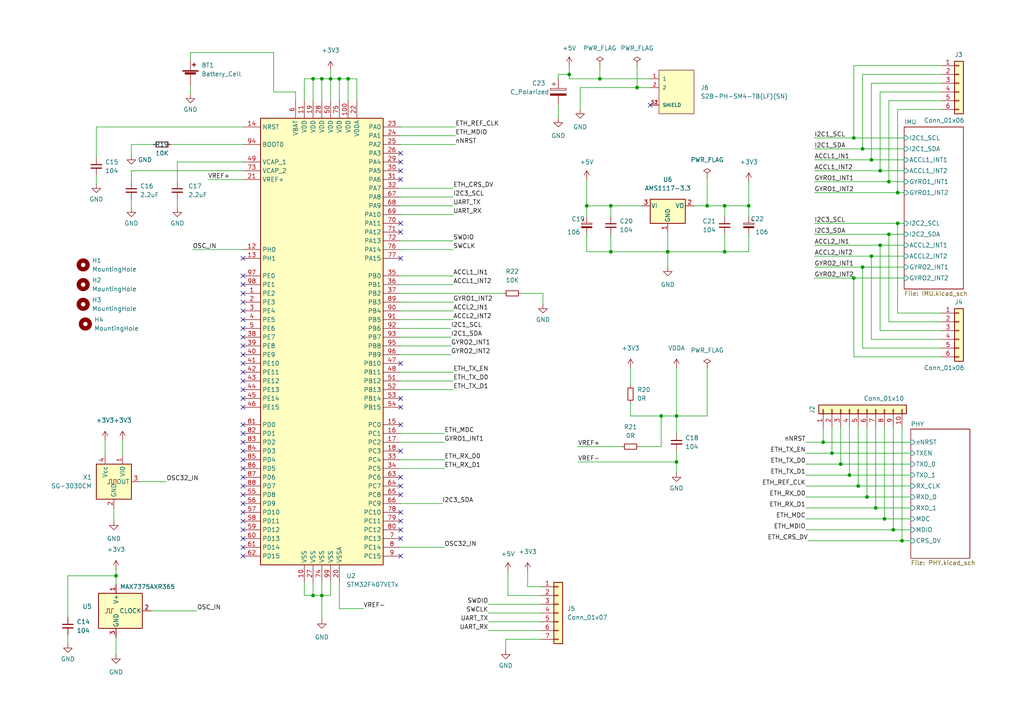
<source format=kicad_sch>
(kicad_sch (version 20211123) (generator eeschema)
  (paper "A4")
  (lib_symbols
    (symbol "Connector_Generic:Conn_01x06" (pin_names (offset 1.016) hide)
      (property "Reference" "J" (at 0 7.62 0))
      (property "Value" "Conn_01x06" (at 0 -10.16 0))
      (symbol "Conn_01x06_1_1"
        (rectangle (start -1.27 -7.493) (end 0 -7.747) (stroke (width 0.1524)))
        (rectangle (start -1.27 -4.953) (end 0 -5.207) (stroke (width 0.1524)))
        (rectangle (start -1.27 -2.413) (end 0 -2.667) (stroke (width 0.1524)))
        (rectangle (start -1.27 0.127) (end 0 -0.127) (stroke (width 0.1524)))
        (rectangle (start -1.27 2.667) (end 0 2.413) (stroke (width 0.1524)))
        (rectangle (start -1.27 5.207) (end 0 4.953) (stroke (width 0.1524)))
        (rectangle (start -1.27 6.35) (end 1.27 -8.89) (stroke (width 0.254)) (fill (type background)))
        (pin passive line (at -5.08 5.08 0) (length 3.81) (name "Pin_1") (number "1"))
        (pin passive line (at -5.08 2.54 0) (length 3.81) (name "Pin_2") (number "2"))
        (pin passive line (at -5.08 0 0) (length 3.81) (name "Pin_3") (number "3"))
        (pin passive line (at -5.08 -2.54 0) (length 3.81) (name "Pin_4") (number "4"))
        (pin passive line (at -5.08 -5.08 0) (length 3.81) (name "Pin_5") (number "5"))
        (pin passive line (at -5.08 -7.62 0) (length 3.81) (name "Pin_6") (number "6"))
      )
    )
    (symbol "Connector_Generic:Conn_01x07" (pin_names (offset 1.016) hide)
      (property "Reference" "J" (at 0 10.16 0))
      (property "Value" "Conn_01x07" (at 0 -10.16 0))
      (symbol "Conn_01x07_1_1"
        (rectangle (start -1.27 -7.493) (end 0 -7.747) (stroke (width 0.1524)))
        (rectangle (start -1.27 -4.953) (end 0 -5.207) (stroke (width 0.1524)))
        (rectangle (start -1.27 -2.413) (end 0 -2.667) (stroke (width 0.1524)))
        (rectangle (start -1.27 0.127) (end 0 -0.127) (stroke (width 0.1524)))
        (rectangle (start -1.27 2.667) (end 0 2.413) (stroke (width 0.1524)))
        (rectangle (start -1.27 5.207) (end 0 4.953) (stroke (width 0.1524)))
        (rectangle (start -1.27 7.747) (end 0 7.493) (stroke (width 0.1524)))
        (rectangle (start -1.27 8.89) (end 1.27 -8.89) (stroke (width 0.254)) (fill (type background)))
        (pin passive line (at -5.08 7.62 0) (length 3.81) (name "Pin_1") (number "1"))
        (pin passive line (at -5.08 5.08 0) (length 3.81) (name "Pin_2") (number "2"))
        (pin passive line (at -5.08 2.54 0) (length 3.81) (name "Pin_3") (number "3"))
        (pin passive line (at -5.08 0 0) (length 3.81) (name "Pin_4") (number "4"))
        (pin passive line (at -5.08 -2.54 0) (length 3.81) (name "Pin_5") (number "5"))
        (pin passive line (at -5.08 -5.08 0) (length 3.81) (name "Pin_6") (number "6"))
        (pin passive line (at -5.08 -7.62 0) (length 3.81) (name "Pin_7") (number "7"))
      )
    )
    (symbol "Connector_Generic:Conn_01x10" (pin_names (offset 1.016) hide)
      (property "Reference" "J" (at 0 12.7 0))
      (property "Value" "Conn_01x10" (at 0 -15.24 0))
      (symbol "Conn_01x10_1_1"
        (rectangle (start -1.27 -12.573) (end 0 -12.827) (stroke (width 0.1524)))
        (rectangle (start -1.27 -10.033) (end 0 -10.287) (stroke (width 0.1524)))
        (rectangle (start -1.27 -7.493) (end 0 -7.747) (stroke (width 0.1524)))
        (rectangle (start -1.27 -4.953) (end 0 -5.207) (stroke (width 0.1524)))
        (rectangle (start -1.27 -2.413) (end 0 -2.667) (stroke (width 0.1524)))
        (rectangle (start -1.27 0.127) (end 0 -0.127) (stroke (width 0.1524)))
        (rectangle (start -1.27 2.667) (end 0 2.413) (stroke (width 0.1524)))
        (rectangle (start -1.27 5.207) (end 0 4.953) (stroke (width 0.1524)))
        (rectangle (start -1.27 7.747) (end 0 7.493) (stroke (width 0.1524)))
        (rectangle (start -1.27 10.287) (end 0 10.033) (stroke (width 0.1524)))
        (rectangle (start -1.27 11.43) (end 1.27 -13.97) (stroke (width 0.254)) (fill (type background)))
        (pin passive line (at -5.08 10.16 0) (length 3.81) (name "Pin_1") (number "1"))
        (pin passive line (at -5.08 -12.7 0) (length 3.81) (name "Pin_10") (number "10"))
        (pin passive line (at -5.08 7.62 0) (length 3.81) (name "Pin_2") (number "2"))
        (pin passive line (at -5.08 5.08 0) (length 3.81) (name "Pin_3") (number "3"))
        (pin passive line (at -5.08 2.54 0) (length 3.81) (name "Pin_4") (number "4"))
        (pin passive line (at -5.08 0 0) (length 3.81) (name "Pin_5") (number "5"))
        (pin passive line (at -5.08 -2.54 0) (length 3.81) (name "Pin_6") (number "6"))
        (pin passive line (at -5.08 -5.08 0) (length 3.81) (name "Pin_7") (number "7"))
        (pin passive line (at -5.08 -7.62 0) (length 3.81) (name "Pin_8") (number "8"))
        (pin passive line (at -5.08 -10.16 0) (length 3.81) (name "Pin_9") (number "9"))
      )
    )
    (symbol "Device:Battery_Cell" (pin_numbers hide) (pin_names (offset 0) hide)
      (property "Reference" "BT" (at 2.54 2.54 0))
      (property "Value" "Battery_Cell" (at 2.54 0 0))
      (symbol "Battery_Cell_0_1"
        (rectangle (start -2.286 1.778) (end 2.286 1.524) (fill (type outline)))
        (rectangle (start -1.5748 1.1938) (end 1.4732 0.6858) (fill (type outline)))
        (polyline (pts (xy 0 0.762) (xy 0 0)))
        (polyline (pts (xy 0 1.778) (xy 0 2.54)))
        (polyline (pts (xy 0.508 3.429) (xy 1.524 3.429)) (stroke (width 0.254)))
        (polyline (pts (xy 1.016 3.937) (xy 1.016 2.921)) (stroke (width 0.254)))
      )
      (symbol "Battery_Cell_1_1"
        (pin passive line (at 0 5.08 270) (length 2.54) (name "+") (number "1"))
        (pin passive line (at 0 -2.54 90) (length 2.54) (name "-") (number "2"))
      )
    )
    (symbol "Device:C_Polarized" (pin_numbers hide) (pin_names (offset 0.254))
      (property "Reference" "C" (at 0.635 2.54 0))
      (property "Value" "C_Polarized" (at 0.635 -2.54 0))
      (symbol "C_Polarized_0_1"
        (rectangle (start -2.286 0.508) (end 2.286 1.016))
        (polyline (pts (xy -1.778 2.286) (xy -0.762 2.286)))
        (polyline (pts (xy -1.27 2.794) (xy -1.27 1.778)))
        (rectangle (start 2.286 -0.508) (end -2.286 -1.016) (fill (type outline)))
      )
      (symbol "C_Polarized_1_1"
        (pin passive line (at 0 3.81 270) (length 2.794) (name "~") (number "1"))
        (pin passive line (at 0 -3.81 90) (length 2.794) (name "~") (number "2"))
      )
    )
    (symbol "Device:C_Polarized_Small" (pin_numbers hide) (pin_names (offset 0.254) hide)
      (property "Reference" "C" (at 0.254 1.778 0))
      (property "Value" "C_Polarized_Small" (at 0.254 -2.032 0))
      (symbol "C_Polarized_Small_0_1"
        (rectangle (start -1.524 -0.3048) (end 1.524 -0.6858) (fill (type outline)))
        (rectangle (start -1.524 0.6858) (end 1.524 0.3048))
        (polyline (pts (xy -1.27 1.524) (xy -0.762 1.524)))
        (polyline (pts (xy -1.016 1.27) (xy -1.016 1.778)))
      )
      (symbol "C_Polarized_Small_1_1"
        (pin passive line (at 0 2.54 270) (length 1.8542) (name "~") (number "1"))
        (pin passive line (at 0 -2.54 90) (length 1.8542) (name "~") (number "2"))
      )
    )
    (symbol "Device:C_Small" (pin_numbers hide) (pin_names (offset 0.254) hide)
      (property "Reference" "C" (at 0.254 1.778 0))
      (property "Value" "C_Small" (at 0.254 -2.032 0))
      (symbol "C_Small_0_1"
        (polyline (pts (xy -1.524 -0.508) (xy 1.524 -0.508)) (stroke (width 0.3302)))
        (polyline (pts (xy -1.524 0.508) (xy 1.524 0.508)) (stroke (width 0.3048)))
      )
      (symbol "C_Small_1_1"
        (pin passive line (at 0 2.54 270) (length 2.032) (name "~") (number "1"))
        (pin passive line (at 0 -2.54 90) (length 2.032) (name "~") (number "2"))
      )
    )
    (symbol "Device:R_Small" (pin_numbers hide) (pin_names (offset 0.254) hide)
      (property "Reference" "R" (at 0.762 0.508 0))
      (property "Value" "R_Small" (at 0.762 -1.016 0))
      (symbol "R_Small_0_1"
        (rectangle (start -0.762 1.778) (end 0.762 -1.778) (stroke (width 0.2032)))
      )
      (symbol "R_Small_1_1"
        (pin passive line (at 0 2.54 270) (length 0.762) (name "~") (number "1"))
        (pin passive line (at 0 -2.54 90) (length 0.762) (name "~") (number "2"))
      )
    )
    (symbol "MCU_ST_STM32F4:STM32F407VETx"
      (property "Reference" "U" (at -17.78 64.77 0))
      (property "Value" "STM32F407VETx" (at 12.7 64.77 0))
      (symbol "STM32F407VETx_0_1"
        (rectangle (start -17.78 -66.04) (end 17.78 63.5) (stroke (width 0.254)) (fill (type background)))
      )
      (symbol "STM32F407VETx_1_1"
        (pin bidirectional line (at -22.86 12.7 0) (length 5.08) (name "PE2") (number "1"))
        (pin power_in line (at -5.08 -71.12 90) (length 5.08) (name "VSS") (number "10"))
        (pin power_in line (at 7.62 68.58 270) (length 5.08) (name "VDD") (number "100"))
        (pin power_in line (at -5.08 68.58 270) (length 5.08) (name "VDD") (number "11"))
        (pin input line (at -22.86 25.4 0) (length 5.08) (name "PH0") (number "12"))
        (pin input line (at -22.86 22.86 0) (length 5.08) (name "PH1") (number "13"))
        (pin input line (at -22.86 60.96 0) (length 5.08) (name "NRST") (number "14"))
        (pin bidirectional line (at 22.86 -25.4 180) (length 5.08) (name "PC0") (number "15"))
        (pin bidirectional line (at 22.86 -27.94 180) (length 5.08) (name "PC1") (number "16"))
        (pin bidirectional line (at 22.86 -30.48 180) (length 5.08) (name "PC2") (number "17"))
        (pin bidirectional line (at 22.86 -33.02 180) (length 5.08) (name "PC3") (number "18"))
        (pin power_in line (at -2.54 68.58 270) (length 5.08) (name "VDD") (number "19"))
        (pin bidirectional line (at -22.86 10.16 0) (length 5.08) (name "PE3") (number "2"))
        (pin power_in line (at 5.08 -71.12 90) (length 5.08) (name "VSSA") (number "20"))
        (pin power_in line (at -22.86 45.72 0) (length 5.08) (name "VREF+") (number "21"))
        (pin power_in line (at 10.16 68.58 270) (length 5.08) (name "VDDA") (number "22"))
        (pin bidirectional line (at 22.86 60.96 180) (length 5.08) (name "PA0") (number "23"))
        (pin bidirectional line (at 22.86 58.42 180) (length 5.08) (name "PA1") (number "24"))
        (pin bidirectional line (at 22.86 55.88 180) (length 5.08) (name "PA2") (number "25"))
        (pin bidirectional line (at 22.86 53.34 180) (length 5.08) (name "PA3") (number "26"))
        (pin power_in line (at -2.54 -71.12 90) (length 5.08) (name "VSS") (number "27"))
        (pin power_in line (at 0 68.58 270) (length 5.08) (name "VDD") (number "28"))
        (pin bidirectional line (at 22.86 50.8 180) (length 5.08) (name "PA4") (number "29"))
        (pin bidirectional line (at -22.86 7.62 0) (length 5.08) (name "PE4") (number "3"))
        (pin bidirectional line (at 22.86 48.26 180) (length 5.08) (name "PA5") (number "30"))
        (pin bidirectional line (at 22.86 45.72 180) (length 5.08) (name "PA6") (number "31"))
        (pin bidirectional line (at 22.86 43.18 180) (length 5.08) (name "PA7") (number "32"))
        (pin bidirectional line (at 22.86 -35.56 180) (length 5.08) (name "PC4") (number "33"))
        (pin bidirectional line (at 22.86 -38.1 180) (length 5.08) (name "PC5") (number "34"))
        (pin bidirectional line (at 22.86 17.78 180) (length 5.08) (name "PB0") (number "35"))
        (pin bidirectional line (at 22.86 15.24 180) (length 5.08) (name "PB1") (number "36"))
        (pin bidirectional line (at 22.86 12.7 180) (length 5.08) (name "PB2") (number "37"))
        (pin bidirectional line (at -22.86 0 0) (length 5.08) (name "PE7") (number "38"))
        (pin bidirectional line (at -22.86 -2.54 0) (length 5.08) (name "PE8") (number "39"))
        (pin bidirectional line (at -22.86 5.08 0) (length 5.08) (name "PE5") (number "4"))
        (pin bidirectional line (at -22.86 -5.08 0) (length 5.08) (name "PE9") (number "40"))
        (pin bidirectional line (at -22.86 -7.62 0) (length 5.08) (name "PE10") (number "41"))
        (pin bidirectional line (at -22.86 -10.16 0) (length 5.08) (name "PE11") (number "42"))
        (pin bidirectional line (at -22.86 -12.7 0) (length 5.08) (name "PE12") (number "43"))
        (pin bidirectional line (at -22.86 -15.24 0) (length 5.08) (name "PE13") (number "44"))
        (pin bidirectional line (at -22.86 -17.78 0) (length 5.08) (name "PE14") (number "45"))
        (pin bidirectional line (at -22.86 -20.32 0) (length 5.08) (name "PE15") (number "46"))
        (pin bidirectional line (at 22.86 -7.62 180) (length 5.08) (name "PB10") (number "47"))
        (pin bidirectional line (at 22.86 -10.16 180) (length 5.08) (name "PB11") (number "48"))
        (pin power_in line (at -22.86 50.8 0) (length 5.08) (name "VCAP_1") (number "49"))
        (pin bidirectional line (at -22.86 2.54 0) (length 5.08) (name "PE6") (number "5"))
        (pin power_in line (at 2.54 68.58 270) (length 5.08) (name "VDD") (number "50"))
        (pin bidirectional line (at 22.86 -12.7 180) (length 5.08) (name "PB12") (number "51"))
        (pin bidirectional line (at 22.86 -15.24 180) (length 5.08) (name "PB13") (number "52"))
        (pin bidirectional line (at 22.86 -17.78 180) (length 5.08) (name "PB14") (number "53"))
        (pin bidirectional line (at 22.86 -20.32 180) (length 5.08) (name "PB15") (number "54"))
        (pin bidirectional line (at -22.86 -45.72 0) (length 5.08) (name "PD8") (number "55"))
        (pin bidirectional line (at -22.86 -48.26 0) (length 5.08) (name "PD9") (number "56"))
        (pin bidirectional line (at -22.86 -50.8 0) (length 5.08) (name "PD10") (number "57"))
        (pin bidirectional line (at -22.86 -53.34 0) (length 5.08) (name "PD11") (number "58"))
        (pin bidirectional line (at -22.86 -55.88 0) (length 5.08) (name "PD12") (number "59"))
        (pin power_in line (at -7.62 68.58 270) (length 5.08) (name "VBAT") (number "6"))
        (pin bidirectional line (at -22.86 -58.42 0) (length 5.08) (name "PD13") (number "60"))
        (pin bidirectional line (at -22.86 -60.96 0) (length 5.08) (name "PD14") (number "61"))
        (pin bidirectional line (at -22.86 -63.5 0) (length 5.08) (name "PD15") (number "62"))
        (pin bidirectional line (at 22.86 -40.64 180) (length 5.08) (name "PC6") (number "63"))
        (pin bidirectional line (at 22.86 -43.18 180) (length 5.08) (name "PC7") (number "64"))
        (pin bidirectional line (at 22.86 -45.72 180) (length 5.08) (name "PC8") (number "65"))
        (pin bidirectional line (at 22.86 -48.26 180) (length 5.08) (name "PC9") (number "66"))
        (pin bidirectional line (at 22.86 40.64 180) (length 5.08) (name "PA8") (number "67"))
        (pin bidirectional line (at 22.86 38.1 180) (length 5.08) (name "PA9") (number "68"))
        (pin bidirectional line (at 22.86 35.56 180) (length 5.08) (name "PA10") (number "69"))
        (pin bidirectional line (at 22.86 -58.42 180) (length 5.08) (name "PC13") (number "7"))
        (pin bidirectional line (at 22.86 33.02 180) (length 5.08) (name "PA11") (number "70"))
        (pin bidirectional line (at 22.86 30.48 180) (length 5.08) (name "PA12") (number "71"))
        (pin bidirectional line (at 22.86 27.94 180) (length 5.08) (name "PA13") (number "72"))
        (pin power_in line (at -22.86 48.26 0) (length 5.08) (name "VCAP_2") (number "73"))
        (pin power_in line (at 0 -71.12 90) (length 5.08) (name "VSS") (number "74"))
        (pin power_in line (at 5.08 68.58 270) (length 5.08) (name "VDD") (number "75"))
        (pin bidirectional line (at 22.86 25.4 180) (length 5.08) (name "PA14") (number "76"))
        (pin bidirectional line (at 22.86 22.86 180) (length 5.08) (name "PA15") (number "77"))
        (pin bidirectional line (at 22.86 -50.8 180) (length 5.08) (name "PC10") (number "78"))
        (pin bidirectional line (at 22.86 -53.34 180) (length 5.08) (name "PC11") (number "79"))
        (pin bidirectional line (at 22.86 -60.96 180) (length 5.08) (name "PC14") (number "8"))
        (pin bidirectional line (at 22.86 -55.88 180) (length 5.08) (name "PC12") (number "80"))
        (pin bidirectional line (at -22.86 -25.4 0) (length 5.08) (name "PD0") (number "81"))
        (pin bidirectional line (at -22.86 -27.94 0) (length 5.08) (name "PD1") (number "82"))
        (pin bidirectional line (at -22.86 -30.48 0) (length 5.08) (name "PD2") (number "83"))
        (pin bidirectional line (at -22.86 -33.02 0) (length 5.08) (name "PD3") (number "84"))
        (pin bidirectional line (at -22.86 -35.56 0) (length 5.08) (name "PD4") (number "85"))
        (pin bidirectional line (at -22.86 -38.1 0) (length 5.08) (name "PD5") (number "86"))
        (pin bidirectional line (at -22.86 -40.64 0) (length 5.08) (name "PD6") (number "87"))
        (pin bidirectional line (at -22.86 -43.18 0) (length 5.08) (name "PD7") (number "88"))
        (pin bidirectional line (at 22.86 10.16 180) (length 5.08) (name "PB3") (number "89"))
        (pin bidirectional line (at 22.86 -63.5 180) (length 5.08) (name "PC15") (number "9"))
        (pin bidirectional line (at 22.86 7.62 180) (length 5.08) (name "PB4") (number "90"))
        (pin bidirectional line (at 22.86 5.08 180) (length 5.08) (name "PB5") (number "91"))
        (pin bidirectional line (at 22.86 2.54 180) (length 5.08) (name "PB6") (number "92"))
        (pin bidirectional line (at 22.86 0 180) (length 5.08) (name "PB7") (number "93"))
        (pin input line (at -22.86 55.88 0) (length 5.08) (name "BOOT0") (number "94"))
        (pin bidirectional line (at 22.86 -2.54 180) (length 5.08) (name "PB8") (number "95"))
        (pin bidirectional line (at 22.86 -5.08 180) (length 5.08) (name "PB9") (number "96"))
        (pin bidirectional line (at -22.86 17.78 0) (length 5.08) (name "PE0") (number "97"))
        (pin bidirectional line (at -22.86 15.24 0) (length 5.08) (name "PE1") (number "98"))
        (pin power_in line (at 2.54 -71.12 90) (length 5.08) (name "VSS") (number "99"))
      )
    )
    (symbol "Mechanical:MountingHole" (pin_names (offset 1.016))
      (property "Reference" "H" (at 0 5.08 0))
      (property "Value" "MountingHole" (at 0 3.175 0))
      (symbol "MountingHole_0_1"
        (circle (center 0 0) (radius 1.27) (stroke (width 1.27)))
      )
    )
    (symbol "Oscillator:MAX7375AXR365" (pin_names (offset 0.254))
      (property "Reference" "U" (at -2.54 6.35 0))
      (property "Value" "MAX7375AXR365" (at 1.27 -6.35 0))
      (symbol "MAX7375AXR365_0_1"
        (rectangle (start -5.08 5.08) (end 7.62 -5.08) (stroke (width 0.254)) (fill (type background)))
        (polyline (pts (xy -3.175 -0.635) (xy -2.54 -0.635) (xy -2.54 0.635) (xy -1.905 0.635) (xy -1.905 -0.635) (xy -1.27 -0.635) (xy -1.27 0.635) (xy -0.635 0.635)))
      )
      (symbol "MAX7375AXR365_1_1"
        (pin power_in line (at 0 7.62 270) (length 2.54) (name "V+") (number "1"))
        (pin output line (at 10.16 0 180) (length 2.54) (name "CLOCK") (number "2"))
        (pin power_in line (at 0 -7.62 90) (length 2.54) (name "GND") (number "3"))
      )
    )
    (symbol "Oscillator:SG-3030CM"
      (property "Reference" "X" (at -5.08 -6.35 0))
      (property "Value" "SG-3030CM" (at 1.27 -6.35 0))
      (symbol "SG-3030CM_0_1"
        (rectangle (start -5.08 5.08) (end 5.08 -5.08) (stroke (width 0.254)) (fill (type background)))
        (polyline (pts (xy -1.905 -0.635) (xy -1.27 -0.635) (xy -1.27 0.635) (xy -0.635 0.635) (xy -0.635 -0.635) (xy 0 -0.635) (xy 0 0.635) (xy 0.635 0.635) (xy 0.635 -0.635)))
      )
      (symbol "SG-3030CM_1_1"
        (pin power_in line (at 2.54 7.62 270) (length 2.54) (name "VIO") (number "1"))
        (pin power_in line (at 0 -7.62 90) (length 2.54) (name "GND") (number "2"))
        (pin output line (at 7.62 0 180) (length 2.54) (name "OUT") (number "3"))
        (pin power_in line (at -2.54 7.62 270) (length 2.54) (name "Vcc") (number "4"))
      )
    )
    (symbol "Regulator_Linear:AMS1117-3.3" (pin_names (offset 0.254))
      (property "Reference" "U" (at -3.81 3.175 0))
      (property "Value" "AMS1117-3.3" (at 0 3.175 0))
      (symbol "AMS1117-3.3_0_1"
        (rectangle (start -5.08 -5.08) (end 5.08 1.905) (stroke (width 0.254)) (fill (type background)))
      )
      (symbol "AMS1117-3.3_1_1"
        (pin power_in line (at 0 -7.62 90) (length 2.54) (name "GND") (number "1"))
        (pin power_out line (at 7.62 0 180) (length 2.54) (name "VO") (number "2"))
        (pin power_in line (at -7.62 0 0) (length 2.54) (name "VI") (number "3"))
      )
    )
    (symbol "S2B-PH-SM4-TB_LF__SN_:S2B-PH-SM4-TB(LF)(SN)" (pin_names (offset 1.016))
      (property "Reference" "J" (at -5.08 5.588 0))
      (property "Value" "S2B-PH-SM4-TB(LF)(SN)" (at -5.08 -9.4234 0))
      (symbol "S2B-PH-SM4-TB(LF)(SN)_0_0"
        (rectangle (start -5.08 -7.62) (end 5.08 5.08) (stroke (width 0.1524)) (fill (type background)))
        (pin passive line (at -7.62 2.54 0) (length 2.54) (name "1") (number "1"))
        (pin passive line (at -7.62 0 0) (length 2.54) (name "2") (number "2"))
        (pin passive line (at -7.62 -5.08 0) (length 2.54) (name "SHIELD") (number "S1"))
        (pin passive line (at -7.62 -5.08 0) (length 2.54) (name "SHIELD") (number "S2"))
      )
    )
    (symbol "power:+3V3" (power) (pin_names (offset 0))
      (property "Value" "+3V3" (at 0 3.556 0))
      (symbol "+3V3_0_1"
        (polyline (pts (xy -0.762 1.27) (xy 0 2.54)))
        (polyline (pts (xy 0 0) (xy 0 2.54)))
        (polyline (pts (xy 0 2.54) (xy 0.762 1.27)))
      )
      (symbol "+3V3_1_1"
        (pin power_in line (at 0 0 90) (length 0) hide (name "+3V3") (number "1"))
      )
    )
    (symbol "power:+5V" (power) (pin_names (offset 0))
      (property "Value" "+5V" (at 0 3.556 0))
      (symbol "+5V_0_1"
        (polyline (pts (xy -0.762 1.27) (xy 0 2.54)))
        (polyline (pts (xy 0 0) (xy 0 2.54)))
        (polyline (pts (xy 0 2.54) (xy 0.762 1.27)))
      )
      (symbol "+5V_1_1"
        (pin power_in line (at 0 0 90) (length 0) hide (name "+5V") (number "1"))
      )
    )
    (symbol "power:GND" (power) (pin_names (offset 0))
      (property "Value" "GND" (at 0 -3.81 0))
      (symbol "GND_0_1"
        (polyline (pts (xy 0 0) (xy 0 -1.27) (xy 1.27 -1.27) (xy 0 -2.54) (xy -1.27 -1.27) (xy 0 -1.27)))
      )
      (symbol "GND_1_1"
        (pin power_in line (at 0 0 270) (length 0) hide (name "GND") (number "1"))
      )
    )
    (symbol "power:PWR_FLAG" (power) (pin_numbers hide) (pin_names (offset 0) hide)
      (property "Value" "PWR_FLAG" (at 0 3.81 0))
      (symbol "PWR_FLAG_0_0"
        (pin power_out line (at 0 0 90) (length 0) (name "pwr") (number "1"))
      )
      (symbol "PWR_FLAG_0_1"
        (polyline (pts (xy 0 0) (xy 0 1.27) (xy -1.016 1.905) (xy 0 2.54) (xy 1.016 1.905) (xy 0 1.27)))
      )
    )
    (symbol "power:VDDA" (power) (pin_names (offset 0))
      (property "Value" "VDDA" (at 0 3.81 0))
      (symbol "VDDA_0_1"
        (polyline (pts (xy -0.762 1.27) (xy 0 2.54)))
        (polyline (pts (xy 0 0) (xy 0 2.54)))
        (polyline (pts (xy 0 2.54) (xy 0.762 1.27)))
      )
      (symbol "VDDA_1_1"
        (pin power_in line (at 0 0 90) (length 0) hide (name "VDDA") (number "1"))
      )
    )
  )
  (junction (at 260.35 55.88))
  (junction (at 210.185 59.69))
  (junction (at 170.18 59.69))
  (junction (at 95.885 22.86))
  (junction (at 256.54 150.495))
  (junction (at 247.65 80.645))
  (junction (at 93.345 22.86))
  (junction (at 184.785 25.4))
  (junction (at 250.19 43.18))
  (junction (at 98.425 22.86))
  (junction (at 100.965 22.86))
  (junction (at 210.185 73.025))
  (junction (at 165.1 21.59))
  (junction (at 248.92 140.97))
  (junction (at 241.3 131.445))
  (junction (at 243.84 134.62))
  (junction (at 196.215 120.65))
  (junction (at 246.38 137.795))
  (junction (at 259.08 153.67))
  (junction (at 173.99 22.86))
  (junction (at 90.805 22.86))
  (junction (at 247.65 40.005))
  (junction (at 238.76 128.27))
  (junction (at 193.675 73.025))
  (junction (at 205.105 59.69))
  (junction (at 90.805 172.72))
  (junction (at 260.35 64.77))
  (junction (at 252.73 46.355))
  (junction (at 254 147.32))
  (junction (at 33.655 167.005))
  (junction (at 255.27 49.53))
  (junction (at 257.81 67.945))
  (junction (at 191.77 120.65))
  (junction (at 257.81 52.705))
  (junction (at 252.73 74.295))
  (junction (at 177.165 73.025))
  (junction (at 255.27 71.12))
  (junction (at 196.215 133.985))
  (junction (at 250.19 77.47))
  (junction (at 217.17 59.69))
  (junction (at 93.345 172.72))
  (junction (at 251.46 144.145))
  (junction (at 261.62 156.845))
  (junction (at 177.165 59.69))
  (no_connect (at 70.485 74.93))
  (no_connect (at 188.595 30.48))
  (no_connect (at 116.205 161.29))
  (no_connect (at 70.485 87.63))
  (no_connect (at 70.485 90.17))
  (no_connect (at 70.485 92.71))
  (no_connect (at 70.485 95.25))
  (no_connect (at 70.485 85.09))
  (no_connect (at 70.485 100.33))
  (no_connect (at 70.485 102.87))
  (no_connect (at 70.485 105.41))
  (no_connect (at 70.485 107.95))
  (no_connect (at 70.485 110.49))
  (no_connect (at 70.485 113.03))
  (no_connect (at 70.485 115.57))
  (no_connect (at 70.485 118.11))
  (no_connect (at 70.485 123.19))
  (no_connect (at 70.485 125.73))
  (no_connect (at 70.485 97.79))
  (no_connect (at 70.485 80.01))
  (no_connect (at 70.485 82.55))
  (no_connect (at 70.485 161.29))
  (no_connect (at 70.485 158.75))
  (no_connect (at 70.485 156.21))
  (no_connect (at 70.485 153.67))
  (no_connect (at 70.485 151.13))
  (no_connect (at 70.485 148.59))
  (no_connect (at 70.485 146.05))
  (no_connect (at 70.485 143.51))
  (no_connect (at 70.485 140.97))
  (no_connect (at 70.485 138.43))
  (no_connect (at 70.485 135.89))
  (no_connect (at 70.485 133.35))
  (no_connect (at 70.485 130.81))
  (no_connect (at 70.485 128.27))
  (no_connect (at 116.205 130.81))
  (no_connect (at 116.205 156.21))
  (no_connect (at 116.205 153.67))
  (no_connect (at 116.205 151.13))
  (no_connect (at 116.205 148.59))
  (no_connect (at 116.205 143.51))
  (no_connect (at 116.205 140.97))
  (no_connect (at 116.205 138.43))
  (no_connect (at 116.205 74.93))
  (no_connect (at 116.205 123.19))
  (no_connect (at 116.205 115.57))
  (no_connect (at 116.205 118.11))
  (no_connect (at 116.205 105.41))
  (no_connect (at 116.205 44.45))
  (no_connect (at 116.205 46.99))
  (no_connect (at 116.205 64.77))
  (no_connect (at 116.205 67.31))
  (no_connect (at 116.205 49.53))
  (no_connect (at 116.205 52.07))
  (wire (pts (xy 273.05 24.13) (xy 252.73 24.13)))
  (wire (pts (xy 49.53 41.91) (xy 70.485 41.91)))
  (wire (pts (xy 247.65 19.05) (xy 247.65 40.005)))
  (wire (pts (xy 116.205 72.39) (xy 131.445 72.39)))
  (wire (pts (xy 233.68 131.445) (xy 241.3 131.445)))
  (wire (pts (xy 116.205 62.23) (xy 131.445 62.23)))
  (wire (pts (xy 30.48 127.635) (xy 30.48 132.08)))
  (wire (pts (xy 273.05 103.505) (xy 247.65 103.505)))
  (wire (pts (xy 273.05 100.965) (xy 250.19 100.965)))
  (wire (pts (xy 85.725 26.67) (xy 79.375 26.67)))
  (wire (pts (xy 236.22 49.53) (xy 255.27 49.53)))
  (wire (pts (xy 70.485 36.83) (xy 27.94 36.83)))
  (wire (pts (xy 217.17 67.945) (xy 217.17 73.025)))
  (wire (pts (xy 251.46 144.145) (xy 264.16 144.145)))
  (wire (pts (xy 51.435 57.785) (xy 51.435 60.325)))
  (wire (pts (xy 273.05 26.67) (xy 255.27 26.67)))
  (wire (pts (xy 116.205 85.09) (xy 146.05 85.09)))
  (wire (pts (xy 55.88 72.39) (xy 70.485 72.39)))
  (wire (pts (xy 170.18 52.07) (xy 170.18 59.69)))
  (wire (pts (xy 233.68 153.67) (xy 259.08 153.67)))
  (wire (pts (xy 236.22 71.12) (xy 255.27 71.12)))
  (wire (pts (xy 252.73 24.13) (xy 252.73 46.355)))
  (wire (pts (xy 250.19 77.47) (xy 262.255 77.47)))
  (wire (pts (xy 257.81 67.945) (xy 262.255 67.945)))
  (wire (pts (xy 238.76 128.27) (xy 264.16 128.27)))
  (wire (pts (xy 90.805 168.91) (xy 90.805 172.72)))
  (wire (pts (xy 260.35 64.77) (xy 260.35 90.805)))
  (wire (pts (xy 116.205 80.01) (xy 131.445 80.01)))
  (wire (pts (xy 205.105 59.69) (xy 210.185 59.69)))
  (wire (pts (xy 93.345 172.72) (xy 95.885 172.72)))
  (wire (pts (xy 165.1 19.05) (xy 165.1 21.59)))
  (wire (pts (xy 255.27 71.12) (xy 262.255 71.12)))
  (wire (pts (xy 103.505 22.86) (xy 103.505 29.21)))
  (wire (pts (xy 90.805 22.86) (xy 90.805 29.21)))
  (wire (pts (xy 241.3 123.825) (xy 241.3 131.445)))
  (wire (pts (xy 210.185 59.69) (xy 210.185 62.865)))
  (wire (pts (xy 247.65 19.05) (xy 273.05 19.05)))
  (wire (pts (xy 116.205 158.75) (xy 128.905 158.75)))
  (wire (pts (xy 55.245 15.24) (xy 55.245 17.145)))
  (wire (pts (xy 196.215 133.985) (xy 196.215 137.16)))
  (wire (pts (xy 95.885 22.86) (xy 95.885 29.21)))
  (wire (pts (xy 116.205 87.63) (xy 131.445 87.63)))
  (wire (pts (xy 236.22 46.355) (xy 252.73 46.355)))
  (wire (pts (xy 238.76 123.825) (xy 238.76 128.27)))
  (wire (pts (xy 146.685 185.42) (xy 146.685 188.595)))
  (wire (pts (xy 38.1 52.705) (xy 38.1 49.53)))
  (wire (pts (xy 196.215 120.65) (xy 196.215 125.73)))
  (wire (pts (xy 27.94 50.8) (xy 27.94 53.34)))
  (wire (pts (xy 217.17 59.69) (xy 217.17 62.865)))
  (wire (pts (xy 44.45 41.91) (xy 38.1 41.91)))
  (wire (pts (xy 236.22 74.295) (xy 252.73 74.295)))
  (wire (pts (xy 93.345 22.86) (xy 95.885 22.86)))
  (wire (pts (xy 116.205 41.91) (xy 132.08 41.91)))
  (wire (pts (xy 170.18 73.025) (xy 177.165 73.025)))
  (wire (pts (xy 116.205 102.87) (xy 130.81 102.87)))
  (wire (pts (xy 236.22 77.47) (xy 250.19 77.47)))
  (wire (pts (xy 233.68 140.97) (xy 248.92 140.97)))
  (wire (pts (xy 233.68 137.795) (xy 246.38 137.795)))
  (wire (pts (xy 98.425 176.53) (xy 105.41 176.53)))
  (wire (pts (xy 60.325 52.07) (xy 70.485 52.07)))
  (wire (pts (xy 116.205 128.27) (xy 128.905 128.27)))
  (wire (pts (xy 182.88 106.68) (xy 182.88 111.76)))
  (wire (pts (xy 233.68 134.62) (xy 243.84 134.62)))
  (wire (pts (xy 191.77 129.54) (xy 191.77 120.65)))
  (wire (pts (xy 165.1 22.86) (xy 173.99 22.86)))
  (wire (pts (xy 173.99 22.86) (xy 188.595 22.86)))
  (wire (pts (xy 161.925 22.86) (xy 161.925 21.59)))
  (wire (pts (xy 260.35 90.805) (xy 273.05 90.805)))
  (wire (pts (xy 246.38 123.825) (xy 246.38 137.795)))
  (wire (pts (xy 116.205 95.25) (xy 130.81 95.25)))
  (wire (pts (xy 33.02 147.32) (xy 33.02 151.13)))
  (wire (pts (xy 259.08 153.67) (xy 264.16 153.67)))
  (wire (pts (xy 193.675 67.31) (xy 193.675 73.025)))
  (wire (pts (xy 250.19 21.59) (xy 273.05 21.59)))
  (wire (pts (xy 147.32 172.72) (xy 147.32 165.735)))
  (wire (pts (xy 98.425 22.86) (xy 100.965 22.86)))
  (wire (pts (xy 196.215 130.81) (xy 196.215 133.985)))
  (wire (pts (xy 247.65 80.645) (xy 262.255 80.645)))
  (wire (pts (xy 161.925 30.48) (xy 161.925 34.29)))
  (wire (pts (xy 196.215 133.985) (xy 167.64 133.985)))
  (wire (pts (xy 116.205 146.05) (xy 128.27 146.05)))
  (wire (pts (xy 38.1 49.53) (xy 70.485 49.53)))
  (wire (pts (xy 247.65 40.005) (xy 262.255 40.005)))
  (wire (pts (xy 116.205 125.73) (xy 128.905 125.73)))
  (wire (pts (xy 35.56 127.635) (xy 35.56 132.08)))
  (wire (pts (xy 98.425 22.86) (xy 98.425 29.21)))
  (wire (pts (xy 38.1 57.785) (xy 38.1 60.325)))
  (wire (pts (xy 236.22 80.645) (xy 247.65 80.645)))
  (wire (pts (xy 98.425 168.91) (xy 98.425 176.53)))
  (wire (pts (xy 185.42 129.54) (xy 191.77 129.54)))
  (wire (pts (xy 93.345 22.86) (xy 93.345 29.21)))
  (wire (pts (xy 184.785 19.05) (xy 184.785 25.4)))
  (wire (pts (xy 210.185 73.025) (xy 210.185 67.945)))
  (wire (pts (xy 116.205 36.83) (xy 132.08 36.83)))
  (wire (pts (xy 156.845 175.26) (xy 141.605 175.26)))
  (wire (pts (xy 51.435 46.99) (xy 51.435 52.705)))
  (wire (pts (xy 254 147.32) (xy 264.16 147.32)))
  (wire (pts (xy 88.265 29.21) (xy 88.265 22.86)))
  (wire (pts (xy 70.485 46.99) (xy 51.435 46.99)))
  (wire (pts (xy 167.64 129.54) (xy 180.34 129.54)))
  (wire (pts (xy 151.13 85.09) (xy 157.48 85.09)))
  (wire (pts (xy 116.205 39.37) (xy 132.08 39.37)))
  (wire (pts (xy 252.73 74.295) (xy 252.73 98.425)))
  (wire (pts (xy 38.1 41.91) (xy 38.1 45.085)))
  (wire (pts (xy 161.925 21.59) (xy 165.1 21.59)))
  (wire (pts (xy 90.805 22.86) (xy 93.345 22.86)))
  (wire (pts (xy 116.205 54.61) (xy 131.445 54.61)))
  (wire (pts (xy 273.05 95.885) (xy 255.27 95.885)))
  (wire (pts (xy 273.05 29.21) (xy 257.81 29.21)))
  (wire (pts (xy 156.845 170.18) (xy 153.035 170.18)))
  (wire (pts (xy 217.17 73.025) (xy 210.185 73.025)))
  (wire (pts (xy 243.84 134.62) (xy 264.16 134.62)))
  (wire (pts (xy 88.265 22.86) (xy 90.805 22.86)))
  (wire (pts (xy 33.655 184.785) (xy 33.655 189.865)))
  (wire (pts (xy 43.815 177.165) (xy 57.15 177.165)))
  (wire (pts (xy 177.165 73.025) (xy 177.165 67.945)))
  (wire (pts (xy 193.675 73.025) (xy 210.185 73.025)))
  (wire (pts (xy 186.055 59.69) (xy 177.165 59.69)))
  (wire (pts (xy 116.205 92.71) (xy 131.445 92.71)))
  (wire (pts (xy 170.18 59.69) (xy 170.18 62.865)))
  (wire (pts (xy 116.205 110.49) (xy 131.445 110.49)))
  (wire (pts (xy 156.845 185.42) (xy 146.685 185.42)))
  (wire (pts (xy 116.205 59.69) (xy 131.445 59.69)))
  (wire (pts (xy 184.785 25.4) (xy 168.275 25.4)))
  (wire (pts (xy 260.35 31.75) (xy 273.05 31.75)))
  (wire (pts (xy 116.205 57.15) (xy 131.445 57.15)))
  (wire (pts (xy 19.685 167.005) (xy 33.655 167.005)))
  (wire (pts (xy 93.345 168.91) (xy 93.345 172.72)))
  (wire (pts (xy 205.105 120.65) (xy 196.215 120.65)))
  (wire (pts (xy 233.68 150.495) (xy 256.54 150.495)))
  (wire (pts (xy 116.205 107.95) (xy 131.445 107.95)))
  (wire (pts (xy 88.265 172.72) (xy 90.805 172.72)))
  (wire (pts (xy 116.205 90.17) (xy 131.445 90.17)))
  (wire (pts (xy 260.35 55.88) (xy 262.255 55.88)))
  (wire (pts (xy 250.19 21.59) (xy 250.19 43.18)))
  (wire (pts (xy 210.185 59.69) (xy 217.17 59.69)))
  (wire (pts (xy 250.19 43.18) (xy 262.255 43.18)))
  (wire (pts (xy 257.81 52.705) (xy 262.255 52.705)))
  (wire (pts (xy 95.885 168.91) (xy 95.885 172.72)))
  (wire (pts (xy 19.685 167.005) (xy 19.685 179.07)))
  (wire (pts (xy 257.81 67.945) (xy 257.81 93.345)))
  (wire (pts (xy 257.81 29.21) (xy 257.81 52.705)))
  (wire (pts (xy 196.215 106.68) (xy 196.215 120.65)))
  (wire (pts (xy 205.105 51.435) (xy 205.105 59.69)))
  (wire (pts (xy 256.54 123.825) (xy 256.54 150.495)))
  (wire (pts (xy 173.99 19.05) (xy 173.99 22.86)))
  (wire (pts (xy 251.46 123.825) (xy 251.46 144.145)))
  (wire (pts (xy 193.675 73.025) (xy 177.165 73.025)))
  (wire (pts (xy 259.08 123.825) (xy 259.08 153.67)))
  (wire (pts (xy 33.655 165.1) (xy 33.655 167.005)))
  (wire (pts (xy 273.05 98.425) (xy 252.73 98.425)))
  (wire (pts (xy 27.94 36.83) (xy 27.94 45.72)))
  (wire (pts (xy 116.205 135.89) (xy 128.905 135.89)))
  (wire (pts (xy 241.3 131.445) (xy 264.16 131.445)))
  (wire (pts (xy 116.205 133.35) (xy 128.905 133.35)))
  (wire (pts (xy 116.205 97.79) (xy 130.81 97.79)))
  (wire (pts (xy 250.19 77.47) (xy 250.19 100.965)))
  (wire (pts (xy 168.275 25.4) (xy 168.275 31.75)))
  (wire (pts (xy 116.205 69.85) (xy 131.445 69.85)))
  (wire (pts (xy 79.375 15.24) (xy 55.245 15.24)))
  (wire (pts (xy 236.22 52.705) (xy 257.81 52.705)))
  (wire (pts (xy 252.73 46.355) (xy 262.255 46.355)))
  (wire (pts (xy 205.105 106.68) (xy 205.105 120.65)))
  (wire (pts (xy 193.675 73.025) (xy 193.675 77.47)))
  (wire (pts (xy 100.965 22.86) (xy 100.965 29.21)))
  (wire (pts (xy 116.205 100.33) (xy 130.81 100.33)))
  (wire (pts (xy 88.265 168.91) (xy 88.265 172.72)))
  (wire (pts (xy 153.035 170.18) (xy 153.035 165.735)))
  (wire (pts (xy 156.845 177.8) (xy 141.605 177.8)))
  (wire (pts (xy 236.22 55.88) (xy 260.35 55.88)))
  (wire (pts (xy 261.62 156.845) (xy 264.16 156.845)))
  (wire (pts (xy 170.18 67.945) (xy 170.18 73.025)))
  (wire (pts (xy 177.165 59.69) (xy 170.18 59.69)))
  (wire (pts (xy 252.73 74.295) (xy 262.255 74.295)))
  (wire (pts (xy 233.68 144.145) (xy 251.46 144.145)))
  (wire (pts (xy 165.1 21.59) (xy 165.1 22.86)))
  (wire (pts (xy 93.345 172.72) (xy 93.345 179.705)))
  (wire (pts (xy 90.805 172.72) (xy 93.345 172.72)))
  (wire (pts (xy 100.965 22.86) (xy 103.505 22.86)))
  (wire (pts (xy 196.215 120.65) (xy 191.77 120.65)))
  (wire (pts (xy 156.845 182.88) (xy 141.605 182.88)))
  (wire (pts (xy 236.22 40.005) (xy 247.65 40.005)))
  (wire (pts (xy 95.885 22.86) (xy 98.425 22.86)))
  (wire (pts (xy 260.35 55.88) (xy 260.35 31.75)))
  (wire (pts (xy 55.245 24.765) (xy 55.245 27.305)))
  (wire (pts (xy 116.205 113.03) (xy 131.445 113.03)))
  (wire (pts (xy 182.88 120.65) (xy 182.88 116.84)))
  (wire (pts (xy 85.725 29.21) (xy 85.725 26.67)))
  (wire (pts (xy 177.165 59.69) (xy 177.165 62.865)))
  (wire (pts (xy 260.35 64.77) (xy 262.255 64.77)))
  (wire (pts (xy 236.22 67.945) (xy 257.81 67.945)))
  (wire (pts (xy 95.885 20.32) (xy 95.885 22.86)))
  (wire (pts (xy 236.22 43.18) (xy 250.19 43.18)))
  (wire (pts (xy 256.54 150.495) (xy 264.16 150.495)))
  (wire (pts (xy 255.27 26.67) (xy 255.27 49.53)))
  (wire (pts (xy 236.22 64.77) (xy 260.35 64.77)))
  (wire (pts (xy 157.48 85.09) (xy 157.48 88.265)))
  (wire (pts (xy 156.845 172.72) (xy 147.32 172.72)))
  (wire (pts (xy 261.62 123.825) (xy 261.62 156.845)))
  (wire (pts (xy 255.27 71.12) (xy 255.27 95.885)))
  (wire (pts (xy 273.05 93.345) (xy 257.81 93.345)))
  (wire (pts (xy 246.38 137.795) (xy 264.16 137.795)))
  (wire (pts (xy 233.68 128.27) (xy 238.76 128.27)))
  (wire (pts (xy 40.64 139.7) (xy 48.26 139.7)))
  (wire (pts (xy 116.205 82.55) (xy 131.445 82.55)))
  (wire (pts (xy 243.84 123.825) (xy 243.84 134.62)))
  (wire (pts (xy 19.685 184.15) (xy 19.685 186.69)))
  (wire (pts (xy 188.595 25.4) (xy 184.785 25.4)))
  (wire (pts (xy 247.65 80.645) (xy 247.65 103.505)))
  (wire (pts (xy 191.77 120.65) (xy 182.88 120.65)))
  (wire (pts (xy 233.68 147.32) (xy 254 147.32)))
  (wire (pts (xy 217.17 52.705) (xy 217.17 59.69)))
  (wire (pts (xy 234.315 156.845) (xy 261.62 156.845)))
  (wire (pts (xy 33.655 167.005) (xy 33.655 169.545)))
  (wire (pts (xy 248.92 140.97) (xy 264.16 140.97)))
  (wire (pts (xy 255.27 49.53) (xy 262.255 49.53)))
  (wire (pts (xy 254 123.825) (xy 254 147.32)))
  (wire (pts (xy 156.845 180.34) (xy 141.605 180.34)))
  (wire (pts (xy 248.92 123.825) (xy 248.92 140.97)))
  (wire (pts (xy 201.295 59.69) (xy 205.105 59.69)))
  (wire (pts (xy 79.375 15.24) (xy 79.375 26.67)))
  (label "ETH_REF_CLK" (at 132.08 36.83 0))
  (label "UART_TX" (at 141.605 180.34 180))
  (label "GYRO2_INT2" (at 236.22 80.645 0))
  (label "VREF-" (at 167.64 133.985 0))
  (label "OSC32_IN" (at 48.26 139.7 0))
  (label "ACCL1_IN1" (at 236.22 46.355 0))
  (label "I2C1_SCL" (at 236.22 40.005 0))
  (label "VREF+" (at 60.325 52.07 0))
  (label "ETH_MDC" (at 128.905 125.73 0))
  (label "I2C3_SDA" (at 236.22 67.945 0))
  (label "I2C1_SDA" (at 130.81 97.79 0))
  (label "UART_RX" (at 131.445 62.23 0))
  (label "ACCL2_INT2" (at 236.22 74.295 0))
  (label "ETH_TX_D0" (at 131.445 110.49 0))
  (label "GYRO2_INT1" (at 236.22 77.47 0))
  (label "I2C3_SDA" (at 128.27 146.05 0))
  (label "ETH_MDIO" (at 132.08 39.37 0))
  (label "ACCL2_IN1" (at 236.22 71.12 0))
  (label "ACCL1_INT2" (at 131.445 82.55 0))
  (label "SWCLK" (at 131.445 72.39 0))
  (label "I2C3_SCL" (at 131.445 57.15 0))
  (label "ETH_RX_D0" (at 233.68 144.145 180))
  (label "I2C1_SDA" (at 236.22 43.18 0))
  (label "SWDIO" (at 141.605 175.26 180))
  (label "GYRO1_INT1" (at 236.22 52.705 0))
  (label "OSC32_IN" (at 128.905 158.75 0))
  (label "I2C1_SCL" (at 130.81 95.25 0))
  (label "ETH_RX_D1" (at 128.905 135.89 0))
  (label "ACCL1_IN1" (at 131.445 80.01 0))
  (label "SWCLK" (at 141.605 177.8 180))
  (label "ETH_MDIO" (at 233.68 153.67 180))
  (label "ETH_TX_D0" (at 233.68 134.62 180))
  (label "OSC_IN" (at 55.88 72.39 0))
  (label "nNRST" (at 233.68 128.27 180))
  (label "VREF-" (at 105.41 176.53 0))
  (label "nNRST" (at 132.08 41.91 0))
  (label "ACCL1_INT2" (at 236.22 49.53 0))
  (label "ETH_MDC" (at 233.68 150.495 180))
  (label "ETH_RX_D1" (at 233.68 147.32 180))
  (label "ETH_TX_EN" (at 233.68 131.445 180))
  (label "GYRO1_INT2" (at 236.22 55.88 0))
  (label "ACCL2_IN1" (at 131.445 90.17 0))
  (label "SWDIO" (at 131.445 69.85 0))
  (label "ETH_CRS_DV" (at 234.315 156.845 180))
  (label "GYRO1_INT1" (at 128.905 128.27 0))
  (label "GYRO2_INT1" (at 130.81 100.33 0))
  (label "ETH_CRS_DV" (at 131.445 54.61 0))
  (label "ETH_TX_EN" (at 131.445 107.95 0))
  (label "GYRO1_INT2" (at 131.445 87.63 0))
  (label "OSC_IN" (at 57.15 177.165 0))
  (label "GYRO2_INT2" (at 130.81 102.87 0))
  (label "ACCL2_INT2" (at 131.445 92.71 0))
  (label "VREF+" (at 167.64 129.54 0))
  (label "UART_RX" (at 141.605 182.88 180))
  (label "I2C3_SCL" (at 236.22 64.77 0))
  (label "ETH_RX_D0" (at 128.905 133.35 0))
  (label "ETH_REF_CLK" (at 233.68 140.97 180))
  (label "UART_TX" (at 131.445 59.69 0))
  (label "ETH_TX_D1" (at 131.445 113.03 0))
  (label "ETH_TX_D1" (at 233.68 137.795 180))
  (symbol (lib_id "power:+3V3") (at 153.035 165.735 0) (unit 1)
    (property "Reference" "#PWR033" (effects hide))
    (property "Value" "+3V3" (at 153.035 160.02 0))
  )
  (symbol (lib_id "Oscillator:MAX7375AXR365") (at 33.655 177.165 0) (unit 1)
    (property "Reference" "U5" (at 26.67 175.8949 0) (effects (justify right)))
    (property "Value" "MAX7375AXR365" (at 50.8 170.18 0) (effects (justify right)))
    (property "Footprint" "Package_TO_SOT_SMD:SOT-323_SC-70" (effects hide))
    (property "Datasheet" "https://datasheets.maximintegrated.com/en/ds/MAX7375.pdf" (effects hide))
  )
  (symbol (lib_id "Mechanical:MountingHole") (at 24.13 76.835 0) (unit 1)
    (property "Reference" "H1" (at 26.67 75.5649 0) (effects (justify left)))
    (property "Value" "MountingHole" (at 26.67 78.1049 0) (effects (justify left)))
    (property "Footprint" "MountingHole:MountingHole_2.2mm_M2_Pad_Via" (effects hide))
  )
  (symbol (lib_id "Connector_Generic:Conn_01x06") (at 278.13 95.885 0) (unit 1)
    (property "Reference" "J4" (at 276.86 87.63 0) (effects (justify left)))
    (property "Value" "Conn_01x06" (at 267.97 106.68 0) (effects (justify left)))
    (property "Footprint" "Connector_PinHeader_1.00mm:PinHeader_1x06_P1.00mm_Vertical_SMD_Pin1Left" (effects hide))
  )
  (symbol (lib_id "power:PWR_FLAG") (at 173.99 19.05 0) (unit 1)
    (property "Reference" "#FLG02" (effects hide))
    (property "Value" "PWR_FLAG" (at 173.99 13.97 0))
  )
  (symbol (lib_id "Regulator_Linear:AMS1117-3.3") (at 193.675 59.69 0) (unit 1)
    (property "Reference" "U6" (at 193.675 52.07 0))
    (property "Value" "AMS1117-3.3" (at 193.675 54.61 0))
    (property "Footprint" "Package_TO_SOT_SMD:SOT-223-3_TabPin2" (effects hide))
    (property "Datasheet" "http://www.advanced-monolithic.com/pdf/ds1117.pdf" (effects hide))
  )
  (symbol (lib_id "power:GND") (at 93.345 179.705 0) (unit 1)
    (property "Reference" "#PWR0101" (effects hide))
    (property "Value" "GND" (at 93.345 184.785 0))
  )
  (symbol (lib_id "Device:C_Small") (at 210.185 65.405 0) (mirror y) (unit 1)
    (property "Reference" "C21" (at 207.645 64.1412 0) (effects (justify left)))
    (property "Value" "104" (at 207.645 66.6812 0) (effects (justify left)))
    (property "Footprint" "Capacitor_SMD:C_0201_0603Metric_Pad0.64x0.40mm_HandSolder" (effects hide))
  )
  (symbol (lib_id "power:+5V") (at 165.1 19.05 0) (unit 1)
    (property "Reference" "#PWR039" (effects hide))
    (property "Value" "+5V" (at 165.1 13.97 0))
  )
  (symbol (lib_id "power:VDDA") (at 196.215 106.68 0) (unit 1)
    (property "Reference" "#PWR027" (effects hide))
    (property "Value" "VDDA" (at 196.215 100.965 0))
  )
  (symbol (lib_id "power:GND") (at 146.685 188.595 0) (unit 1)
    (property "Reference" "#PWR031" (effects hide))
    (property "Value" "GND" (at 146.685 193.04 0))
  )
  (symbol (lib_id "power:GND") (at 51.435 60.325 0) (unit 1)
    (property "Reference" "#PWR025" (effects hide))
    (property "Value" "GND" (at 51.435 64.77 0))
  )
  (symbol (lib_id "power:GND") (at 161.925 34.29 0) (unit 1)
    (property "Reference" "#PWR041" (effects hide))
    (property "Value" "GND" (at 161.925 39.37 0))
  )
  (symbol (lib_id "Mechanical:MountingHole") (at 24.13 82.55 0) (unit 1)
    (property "Reference" "H2" (at 26.67 81.2799 0) (effects (justify left)))
    (property "Value" "MountingHole" (at 26.67 83.8199 0) (effects (justify left)))
    (property "Footprint" "MountingHole:MountingHole_2.2mm_M2_Pad_Via" (effects hide))
  )
  (symbol (lib_id "Device:C_Small") (at 38.1 55.245 0) (unit 1)
    (property "Reference" "C16" (at 40.64 53.9812 0) (effects (justify left)))
    (property "Value" "2.2uF" (at 40.64 56.5212 0) (effects (justify left)))
    (property "Footprint" "Capacitor_SMD:C_0201_0603Metric_Pad0.64x0.40mm_HandSolder" (effects hide))
  )
  (symbol (lib_id "Device:C_Small") (at 177.165 65.405 0) (unit 1)
    (property "Reference" "C20" (at 179.705 64.1412 0) (effects (justify left)))
    (property "Value" "104" (at 179.705 66.6812 0) (effects (justify left)))
    (property "Footprint" "Capacitor_SMD:C_0201_0603Metric_Pad0.64x0.40mm_HandSolder" (effects hide))
  )
  (symbol (lib_id "power:+3V3") (at 30.48 127.635 0) (unit 1)
    (property "Reference" "#PWR018" (effects hide))
    (property "Value" "+3V3" (at 30.48 121.92 0))
  )
  (symbol (lib_id "power:GND") (at 196.215 137.16 0) (unit 1)
    (property "Reference" "#PWR028" (effects hide))
    (property "Value" "GND" (at 196.215 141.605 0))
  )
  (symbol (lib_id "Device:C_Polarized_Small") (at 170.18 65.405 0) (unit 1)
    (property "Reference" "C19" (at 165.735 63.5 0) (effects (justify left)))
    (property "Value" "106" (at 164.465 67.31 0) (effects (justify left)))
    (property "Footprint" "Capacitor_SMD:C_0201_0603Metric_Pad0.64x0.40mm_HandSolder" (effects hide))
  )
  (symbol (lib_id "power:+3V3") (at 35.56 127.635 0) (unit 1)
    (property "Reference" "#PWR022" (effects hide))
    (property "Value" "+3V3" (at 35.56 121.92 0))
  )
  (symbol (lib_id "MCU_ST_STM32F4:STM32F407VETx") (at 93.345 97.79 0) (unit 1)
    (property "Reference" "U2" (at 100.4444 167.005 0) (effects (justify left)))
    (property "Value" "STM32F407VETx" (at 100.4444 169.545 0) (effects (justify left)))
    (property "Footprint" "Package_QFP:LQFP-100_14x14mm_P0.5mm" (effects hide))
    (property "Datasheet" "http://www.st.com/st-web-ui/static/active/en/resource/technical/document/datasheet/DM00037051.pdf" (effects hide))
  )
  (symbol (lib_id "power:+3V3") (at 182.88 106.68 0) (unit 1)
    (property "Reference" "#PWR026" (effects hide))
    (property "Value" "+3V3" (at 182.88 100.965 0))
  )
  (symbol (lib_id "power:GND") (at 193.675 77.47 0) (unit 1)
    (property "Reference" "#PWR034" (effects hide))
    (property "Value" "GND" (at 193.675 82.55 0))
  )
  (symbol (lib_id "power:+5V") (at 147.32 165.735 0) (unit 1)
    (property "Reference" "#PWR032" (effects hide))
    (property "Value" "+5V" (at 147.32 160.655 0))
  )
  (symbol (lib_id "Device:R_Small") (at 148.59 85.09 90) (unit 1)
    (property "Reference" "R22" (at 148.59 78.74 90))
    (property "Value" "10K" (at 148.59 81.28 90))
    (property "Footprint" "Resistor_SMD:R_0201_0603Metric_Pad0.64x0.40mm_HandSolder" (effects hide))
  )
  (symbol (lib_id "Connector_Generic:Conn_01x10") (at 248.92 118.745 90) (unit 1)
    (property "Reference" "J2" (at 235.585 120.015 0) (effects (justify left)))
    (property "Value" "Conn_01x10" (at 262.255 115.57 90) (effects (justify left)))
    (property "Footprint" "Connector_PinHeader_1.00mm:PinHeader_1x10_P1.00mm_Vertical_SMD_Pin1Right" (effects hide))
  )
  (symbol (lib_id "power:GND") (at 157.48 88.265 0) (unit 1)
    (property "Reference" "#PWR029" (effects hide))
    (property "Value" "GND" (at 157.48 92.71 0))
  )
  (symbol (lib_id "Device:R_Small") (at 182.88 114.3 0) (unit 1)
    (property "Reference" "R20" (at 184.785 113.0299 0) (effects (justify left)))
    (property "Value" "0R" (at 184.785 115.5699 0) (effects (justify left)))
    (property "Footprint" "Resistor_SMD:R_0201_0603Metric_Pad0.64x0.40mm_HandSolder" (effects hide))
  )
  (symbol (lib_id "Mechanical:MountingHole") (at 24.765 93.98 0) (unit 1)
    (property "Reference" "H4" (at 27.305 92.7099 0) (effects (justify left)))
    (property "Value" "MountingHole" (at 27.305 95.2499 0) (effects (justify left)))
    (property "Footprint" "MountingHole:MountingHole_2.2mm_M2_Pad_Via" (effects hide))
  )
  (symbol (lib_id "Device:C_Polarized") (at 161.925 26.67 0) (unit 1)
    (property "Reference" "C23" (at 154.305 24.13 0) (effects (justify left)))
    (property "Value" "C_Polarized" (at 147.955 26.67 0) (effects (justify left)))
    (property "Footprint" "Capacitor_SMD:CP_Elec_4x4.5" (effects hide))
  )
  (symbol (lib_id "power:GND") (at 55.245 27.305 0) (unit 1)
    (property "Reference" "#PWR0102" (effects hide))
    (property "Value" "GND" (at 55.245 31.75 0))
  )
  (symbol (lib_id "power:GND") (at 27.94 53.34 0) (unit 1)
    (property "Reference" "#PWR017" (effects hide))
    (property "Value" "GND" (at 27.94 57.785 0))
  )
  (symbol (lib_id "Device:C_Small") (at 19.685 181.61 0) (unit 1)
    (property "Reference" "C14" (at 22.225 180.3462 0) (effects (justify left)))
    (property "Value" "104" (at 22.225 182.8862 0) (effects (justify left)))
    (property "Footprint" "Capacitor_SMD:C_0201_0603Metric_Pad0.64x0.40mm_HandSolder" (effects hide))
  )
  (symbol (lib_id "S2B-PH-SM4-TB_LF__SN_:S2B-PH-SM4-TB(LF)(SN)") (at 196.215 25.4 0) (unit 1)
    (property "Reference" "J6" (at 203.2 25.3999 0) (effects (justify left)))
    (property "Value" "S2B-PH-SM4-TB(LF)(SN)" (at 203.2 27.9399 0) (effects (justify left)))
    (property "Footprint" "Footprint:JST_S2B-PH-SM4-TB(LF)(SN)" (effects hide))
    (property "STANDARD" "Manufacturer Recommendation" (effects hide))
    (property "MANUFACTURER" "JST" (effects hide))
  )
  (symbol (lib_id "Device:C_Small") (at 51.435 55.245 0) (unit 1)
    (property "Reference" "C17" (at 54.61 53.9812 0) (effects (justify left)))
    (property "Value" "2.2uF" (at 54.61 56.5212 0) (effects (justify left)))
    (property "Footprint" "Capacitor_SMD:C_0201_0603Metric_Pad0.64x0.40mm_HandSolder" (effects hide))
  )
  (symbol (lib_id "Device:Battery_Cell") (at 55.245 22.225 0) (unit 1)
    (property "Reference" "BT1" (at 58.42 18.9229 0) (effects (justify left)))
    (property "Value" "Battery_Cell" (at 58.42 21.4629 0) (effects (justify left)))
    (property "Footprint" "Battery:BatteryHolder_Keystone_3000_1x12mm" (effects hide))
  )
  (symbol (lib_id "power:PWR_FLAG") (at 205.105 106.68 0) (unit 1)
    (property "Reference" "#FLG01" (effects hide))
    (property "Value" "PWR_FLAG" (at 205.105 101.6 0))
  )
  (symbol (lib_id "Device:C_Small") (at 196.215 128.27 0) (unit 1)
    (property "Reference" "C18" (at 198.755 127.0062 0) (effects (justify left)))
    (property "Value" "104" (at 198.755 129.5462 0) (effects (justify left)))
    (property "Footprint" "Capacitor_SMD:C_0201_0603Metric_Pad0.64x0.40mm_HandSolder" (effects hide))
  )
  (symbol (lib_id "Connector_Generic:Conn_01x06") (at 278.13 24.13 0) (unit 1)
    (property "Reference" "J3" (at 276.86 15.875 0) (effects (justify left)))
    (property "Value" "Conn_01x06" (at 267.97 34.925 0) (effects (justify left)))
    (property "Footprint" "Connector_PinHeader_1.00mm:PinHeader_1x06_P1.00mm_Vertical_SMD_Pin1Left" (effects hide))
  )
  (symbol (lib_id "Oscillator:SG-3030CM") (at 33.02 139.7 0) (unit 1)
    (property "Reference" "X1" (at 26.67 138.4299 0) (effects (justify right)))
    (property "Value" "SG-3030CM" (at 26.67 140.9699 0) (effects (justify right)))
    (property "Footprint" "Oscillator:Oscillator_SMD_SeikoEpson_SG3030CM" (effects hide))
    (property "Datasheet" "https://support.epson.biz/td/api/doc_check.php?mode=dl&lang=en&Parts=SG-3030CM" (effects hide))
  )
  (symbol (lib_id "power:+5V") (at 170.18 52.07 0) (unit 1)
    (property "Reference" "#PWR030" (effects hide))
    (property "Value" "+5V" (at 170.18 46.99 0))
  )
  (symbol (lib_id "Device:R_Small") (at 46.99 41.91 270) (unit 1)
    (property "Reference" "R19" (at 46.99 41.91 90))
    (property "Value" "10K" (at 46.99 44.45 90))
    (property "Footprint" "Resistor_SMD:R_0201_0603Metric_Pad0.64x0.40mm_HandSolder" (effects hide))
  )
  (symbol (lib_id "power:+3V3") (at 217.17 52.705 0) (unit 1)
    (property "Reference" "#PWR035" (effects hide))
    (property "Value" "+3V3" (at 217.17 46.99 0))
  )
  (symbol (lib_id "Device:C_Small") (at 27.94 48.26 0) (unit 1)
    (property "Reference" "C15" (at 30.48 46.9962 0) (effects (justify left)))
    (property "Value" "104" (at 30.48 49.5362 0) (effects (justify left)))
    (property "Footprint" "Capacitor_SMD:C_0201_0603Metric_Pad0.64x0.40mm_HandSolder" (effects hide))
  )
  (symbol (lib_id "power:GND") (at 19.685 186.69 0) (unit 1)
    (property "Reference" "#PWR016" (effects hide))
    (property "Value" "GND" (at 19.685 191.135 0))
  )
  (symbol (lib_id "power:+3V3") (at 95.885 20.32 0) (unit 1)
    (property "Reference" "#PWR036" (effects hide))
    (property "Value" "+3V3" (at 95.885 14.605 0))
  )
  (symbol (lib_id "Device:C_Polarized_Small") (at 217.17 65.405 0) (mirror y) (unit 1)
    (property "Reference" "C22" (at 221.615 63.5 0) (effects (justify left)))
    (property "Value" "106" (at 222.885 67.31 0) (effects (justify left)))
    (property "Footprint" "Capacitor_SMD:C_0201_0603Metric_Pad0.64x0.40mm_HandSolder" (effects hide))
  )
  (symbol (lib_id "power:GND") (at 168.275 31.75 0) (unit 1)
    (property "Reference" "#PWR040" (effects hide))
    (property "Value" "GND" (at 168.275 36.83 0))
  )
  (symbol (lib_id "Device:R_Small") (at 182.88 129.54 90) (unit 1)
    (property "Reference" "R21" (at 182.88 123.825 90))
    (property "Value" "0R" (at 182.88 126.365 90))
    (property "Footprint" "Resistor_SMD:R_0201_0603Metric_Pad0.64x0.40mm_HandSolder" (effects hide))
  )
  (symbol (lib_id "power:GND") (at 38.1 60.325 0) (unit 1)
    (property "Reference" "#PWR024" (effects hide))
    (property "Value" "GND" (at 38.1 64.77 0))
  )
  (symbol (lib_id "Mechanical:MountingHole") (at 24.13 88.265 0) (unit 1)
    (property "Reference" "H3" (at 26.67 86.9949 0) (effects (justify left)))
    (property "Value" "MountingHole" (at 26.67 89.5349 0) (effects (justify left)))
    (property "Footprint" "MountingHole:MountingHole_2.2mm_M2_Pad_Via" (effects hide))
  )
  (symbol (lib_id "power:GND") (at 33.02 151.13 0) (unit 1)
    (property "Reference" "#PWR019" (effects hide))
    (property "Value" "GND" (at 33.02 156.21 0))
  )
  (symbol (lib_id "power:PWR_FLAG") (at 205.105 51.435 0) (unit 1)
    (property "Reference" "#FLG03" (effects hide))
    (property "Value" "PWR_FLAG" (at 205.105 46.355 0))
  )
  (symbol (lib_id "Connector_Generic:Conn_01x07") (at 161.925 177.8 0) (unit 1)
    (property "Reference" "J5" (at 164.465 176.5299 0) (effects (justify left)))
    (property "Value" "Conn_01x07" (at 164.465 179.0699 0) (effects (justify left)))
    (property "Footprint" "Connector_PinHeader_1.00mm:PinHeader_1x07_P1.00mm_Vertical_SMD_Pin1Left" (effects hide))
  )
  (symbol (lib_id "power:GND") (at 38.1 45.085 0) (unit 1)
    (property "Reference" "#PWR023" (effects hide))
    (property "Value" "GND" (at 40.005 46.3549 0) (effects (justify left)))
  )
  (symbol (lib_id "power:+3V3") (at 33.655 165.1 0) (unit 1)
    (property "Reference" "#PWR020" (effects hide))
    (property "Value" "+3V3" (at 33.655 159.385 0))
  )
  (symbol (lib_id "power:GND") (at 33.655 189.865 0) (unit 1)
    (property "Reference" "#PWR021" (effects hide))
    (property "Value" "GND" (at 33.655 194.945 0))
  )
  (symbol (lib_id "power:PWR_FLAG") (at 184.785 19.05 0) (unit 1)
    (property "Reference" "#FLG05" (effects hide))
    (property "Value" "PWR_FLAG" (at 184.785 13.97 0))
  )
  (sheet (at 262.255 36.83) (size 17.145 46.99) (stroke (width 0.1524))
    (property "Sheet name" "IMU" (at 262.255 36.1184 0) (effects (justify left bottom)))
    (property "Sheet file" "IMU.kicad_sch" (at 262.255 84.4046 0) (effects (justify left top)))
    (pin "GYRO1_INT1" input (at 262.255 52.705 180))
    (pin "ACCL1_INT2" input (at 262.255 49.53 180))
    (pin "ACCL1_INT1" input (at 262.255 46.355 180))
    (pin "GYRO1_INT2" input (at 262.255 55.88 180))
    (pin "ACCL2_INT1" input (at 262.255 71.12 180))
    (pin "GYRO2_INT1" input (at 262.255 77.47 180))
    (pin "ACCL2_INT2" input (at 262.255 74.295 180))
    (pin "GYRO2_INT2" input (at 262.255 80.645 180))
    (pin "I2C1_SDA" input (at 262.255 43.18 180))
    (pin "I2C1_SCL" input (at 262.255 40.005 180))
    (pin "I2C2_SCL" input (at 262.255 64.77 180))
    (pin "I2C2_SDA" input (at 262.255 67.945 180))
  )
  (sheet (at 264.16 124.46) (size 17.145 37.465) (stroke (width 0.1524))
    (property "Sheet name" "PHY" (at 264.16 123.7484 0) (effects (justify left bottom)))
    (property "Sheet file" "PHY.kicad_sch" (at 264.16 162.5096 0) (effects (justify left top)))
    (pin "TXD_0" input (at 264.16 134.62 180))
    (pin "TXD_1" input (at 264.16 137.795 180))
    (pin "TXEN" input (at 264.16 131.445 180))
    (pin "nNRST" input (at 264.16 128.27 180))
    (pin "MDC" input (at 264.16 150.495 180))
    (pin "RX_CLK" input (at 264.16 140.97 180))
    (pin "MDIO" input (at 264.16 153.67 180))
    (pin "RXD_1" input (at 264.16 147.32 180))
    (pin "RXD_0" input (at 264.16 144.145 180))
    (pin "CRS_DV" input (at 264.16 156.845 180))
  )
)
</source>
